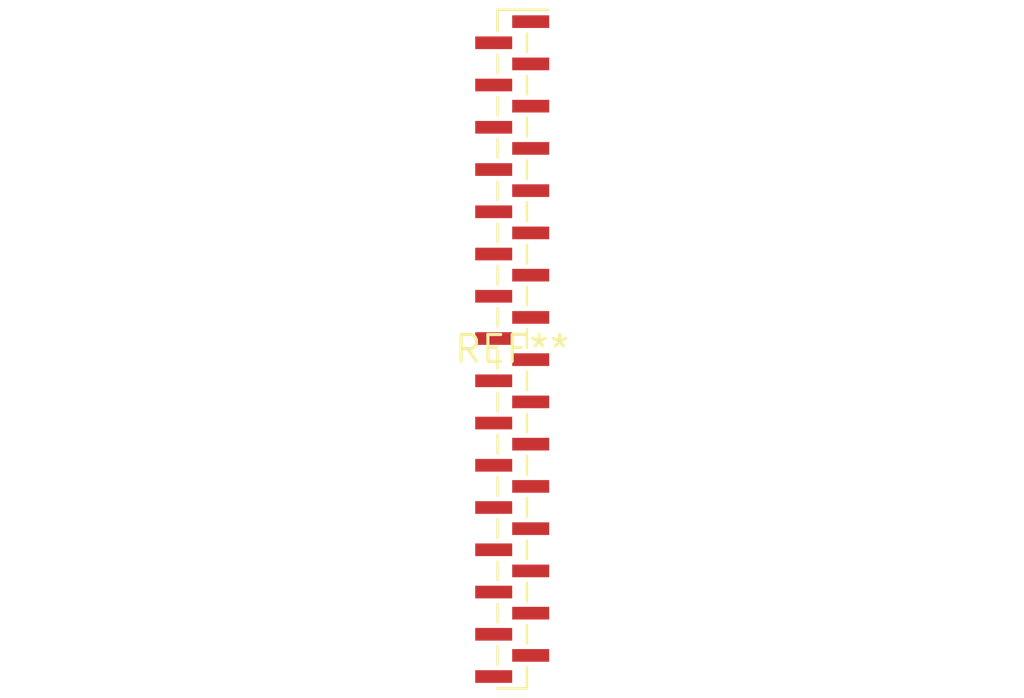
<source format=kicad_pcb>
(kicad_pcb (version 20240108) (generator pcbnew)
  (layers (0 "F.Cu" signal) (31 "B.Cu" signal) (34 "B.Paste" user) (35 "F.Paste" user) (36 "B.SilkS" user "B.Silkscreen") (37 "F.SilkS" user "F.Silkscreen") (38 "B.Mask" user) (39 "F.Mask" user) (44 "Edge.Cuts" user))
  (net 0 "")
  (footprint "PinHeader_1x32_P1.00mm_Vertical_SMD_Pin1Right" (layer "F.Cu") (at 0 0)
    (property "Reference" "REF**")
    (property "Value" "PinHeader_1x32_P1.00mm_Vertical_SMD_Pin1Right")
    (fp_line (start -0.695 -16.06) (end -0.695 -15.06) (layer "F.SilkS") (stroke (width 0.12)))
    (fp_line (start -0.695 -16.06) (end 0.695 -16.06) (layer "F.SilkS") (stroke (width 0.12)))
    (fp_line (start -0.695 -15.94) (end -0.695 -15.06) (layer "F.SilkS") (stroke (width 0.12)))
    (fp_line (start -0.695 -13.94) (end -0.695 -13.06) (layer "F.SilkS") (stroke (width 0.12)))
    (fp_line (start -0.695 -11.94) (end -0.695 -11.06) (layer "F.SilkS") (stroke (width 0.12)))
    (fp_line (start -0.695 -9.94) (end -0.695 -9.06) (layer "F.SilkS") (stroke (width 0.12)))
    (fp_line (start -0.695 -7.94) (end -0.695 -7.06) (layer "F.SilkS") (stroke (width 0.12)))
    (fp_line (start -0.695 -5.94) (end -0.695 -5.06) (layer "F.SilkS") (stroke (width 0.12)))
    (fp_line (start -0.695 -3.94) (end -0.695 -3.06) (layer "F.SilkS") (stroke (width 0.12)))
    (fp_line (start -0.695 -1.94) (end -0.695 -1.06) (layer "F.SilkS") (stroke (width 0.12)))
    (fp_line (start -0.695 0.06) (end -0.695 0.94) (layer "F.SilkS") (stroke (width 0.12)))
    (fp_line (start -0.695 2.06) (end -0.695 2.94) (layer "F.SilkS") (stroke (width 0.12)))
    (fp_line (start -0.695 4.06) (end -0.695 4.94) (layer "F.SilkS") (stroke (width 0.12)))
    (fp_line (start -0.695 6.06) (end -0.695 6.94) (layer "F.SilkS") (stroke (width 0.12)))
    (fp_line (start -0.695 8.06) (end -0.695 8.94) (layer "F.SilkS") (stroke (width 0.12)))
    (fp_line (start -0.695 10.06) (end -0.695 10.94) (layer "F.SilkS") (stroke (width 0.12)))
    (fp_line (start -0.695 12.06) (end -0.695 12.94) (layer "F.SilkS") (stroke (width 0.12)))
    (fp_line (start -0.695 14.06) (end -0.695 14.94) (layer "F.SilkS") (stroke (width 0.12)))
    (fp_line (start -0.695 16.06) (end -0.695 16.06) (layer "F.SilkS") (stroke (width 0.12)))
    (fp_line (start -0.695 16.06) (end 0.695 16.06) (layer "F.SilkS") (stroke (width 0.12)))
    (fp_line (start 0.695 -16.06) (end 0.695 -16.06) (layer "F.SilkS") (stroke (width 0.12)))
    (fp_line (start 0.695 -16.06) (end 1.69 -16.06) (layer "F.SilkS") (stroke (width 0.12)))
    (fp_line (start 0.695 -14.94) (end 0.695 -14.06) (layer "F.SilkS") (stroke (width 0.12)))
    (fp_line (start 0.695 -12.94) (end 0.695 -12.06) (layer "F.SilkS") (stroke (width 0.12)))
    (fp_line (start 0.695 -10.94) (end 0.695 -10.06) (layer "F.SilkS") (stroke (width 0.12)))
    (fp_line (start 0.695 -8.94) (end 0.695 -8.06) (layer "F.SilkS") (stroke (width 0.12)))
    (fp_line (start 0.695 -6.94) (end 0.695 -6.06) (layer "F.SilkS") (stroke (width 0.12)))
    (fp_line (start 0.695 -4.94) (end 0.695 -4.06) (layer "F.SilkS") (stroke (width 0.12)))
    (fp_line (start 0.695 -2.94) (end 0.695 -2.06) (layer "F.SilkS") (stroke (width 0.12)))
    (fp_line (start 0.695 -0.94) (end 0.695 -0.06) (layer "F.SilkS") (stroke (width 0.12)))
    (fp_line (start 0.695 1.06) (end 0.695 1.94) (layer "F.SilkS") (stroke (width 0.12)))
    (fp_line (start 0.695 3.06) (end 0.695 3.94) (layer "F.SilkS") (stroke (width 0.12)))
    (fp_line (start 0.695 5.06) (end 0.695 5.94) (layer "F.SilkS") (stroke (width 0.12)))
    (fp_line (start 0.695 7.06) (end 0.695 7.94) (layer "F.SilkS") (stroke (width 0.12)))
    (fp_line (start 0.695 9.06) (end 0.695 9.94) (layer "F.SilkS") (stroke (width 0.12)))
    (fp_line (start 0.695 11.06) (end 0.695 11.94) (layer "F.SilkS") (stroke (width 0.12)))
    (fp_line (start 0.695 13.06) (end 0.695 13.94) (layer "F.SilkS") (stroke (width 0.12)))
    (fp_line (start 0.695 15.06) (end 0.695 16.06) (layer "F.SilkS") (stroke (width 0.12)))
    (pad "1" smd rect (at 0.875 -15.5) (size 1.75 0.6) (layers "F.Cu" "F.Paste" "F.Mask"))
    (pad "2" smd rect (at -0.875 -14.5) (size 1.75 0.6) (layers "F.Cu" "F.Paste" "F.Mask"))
    (pad "3" smd rect (at 0.875 -13.5) (size 1.75 0.6) (layers "F.Cu" "F.Paste" "F.Mask"))
    (pad "4" smd rect (at -0.875 -12.5) (size 1.75 0.6) (layers "F.Cu" "F.Paste" "F.Mask"))
    (pad "5" smd rect (at 0.875 -11.5) (size 1.75 0.6) (layers "F.Cu" "F.Paste" "F.Mask"))
    (pad "6" smd rect (at -0.875 -10.5) (size 1.75 0.6) (layers "F.Cu" "F.Paste" "F.Mask"))
    (pad "7" smd rect (at 0.875 -9.5) (size 1.75 0.6) (layers "F.Cu" "F.Paste" "F.Mask"))
    (pad "8" smd rect (at -0.875 -8.5) (size 1.75 0.6) (layers "F.Cu" "F.Paste" "F.Mask"))
    (pad "9" smd rect (at 0.875 -7.5) (size 1.75 0.6) (layers "F.Cu" "F.Paste" "F.Mask"))
    (pad "10" smd rect (at -0.875 -6.5) (size 1.75 0.6) (layers "F.Cu" "F.Paste" "F.Mask"))
    (pad "11" smd rect (at 0.875 -5.5) (size 1.75 0.6) (layers "F.Cu" "F.Paste" "F.Mask"))
    (pad "12" smd rect (at -0.875 -4.5) (size 1.75 0.6) (layers "F.Cu" "F.Paste" "F.Mask"))
    (pad "13" smd rect (at 0.875 -3.5) (size 1.75 0.6) (layers "F.Cu" "F.Paste" "F.Mask"))
    (pad "14" smd rect (at -0.875 -2.5) (size 1.75 0.6) (layers "F.Cu" "F.Paste" "F.Mask"))
    (pad "15" smd rect (at 0.875 -1.5) (size 1.75 0.6) (layers "F.Cu" "F.Paste" "F.Mask"))
    (pad "16" smd rect (at -0.875 -0.5) (size 1.75 0.6) (layers "F.Cu" "F.Paste" "F.Mask"))
    (pad "17" smd rect (at 0.875 0.5) (size 1.75 0.6) (layers "F.Cu" "F.Paste" "F.Mask"))
    (pad "18" smd rect (at -0.875 1.5) (size 1.75 0.6) (layers "F.Cu" "F.Paste" "F.Mask"))
    (pad "19" smd rect (at 0.875 2.5) (size 1.75 0.6) (layers "F.Cu" "F.Paste" "F.Mask"))
    (pad "20" smd rect (at -0.875 3.5) (size 1.75 0.6) (layers "F.Cu" "F.Paste" "F.Mask"))
    (pad "21" smd rect (at 0.875 4.5) (size 1.75 0.6) (layers "F.Cu" "F.Paste" "F.Mask"))
    (pad "22" smd rect (at -0.875 5.5) (size 1.75 0.6) (layers "F.Cu" "F.Paste" "F.Mask"))
    (pad "23" smd rect (at 0.875 6.5) (size 1.75 0.6) (layers "F.Cu" "F.Paste" "F.Mask"))
    (pad "24" smd rect (at -0.875 7.5) (size 1.75 0.6) (layers "F.Cu" "F.Paste" "F.Mask"))
    (pad "25" smd rect (at 0.875 8.5) (size 1.75 0.6) (layers "F.Cu" "F.Paste" "F.Mask"))
    (pad "26" smd rect (at -0.875 9.5) (size 1.75 0.6) (layers "F.Cu" "F.Paste" "F.Mask"))
    (pad "27" smd rect (at 0.875 10.5) (size 1.75 0.6) (layers "F.Cu" "F.Paste" "F.Mask"))
    (pad "28" smd rect (at -0.875 11.5) (size 1.75 0.6) (layers "F.Cu" "F.Paste" "F.Mask"))
    (pad "29" smd rect (at 0.875 12.5) (size 1.75 0.6) (layers "F.Cu" "F.Paste" "F.Mask"))
    (pad "30" smd rect (at -0.875 13.5) (size 1.75 0.6) (layers "F.Cu" "F.Paste" "F.Mask"))
    (pad "31" smd rect (at 0.875 14.5) (size 1.75 0.6) (layers "F.Cu" "F.Paste" "F.Mask"))
    (pad "32" smd rect (at -0.875 15.5) (size 1.75 0.6) (layers "F.Cu" "F.Paste" "F.Mask"))
  )
)
</source>
